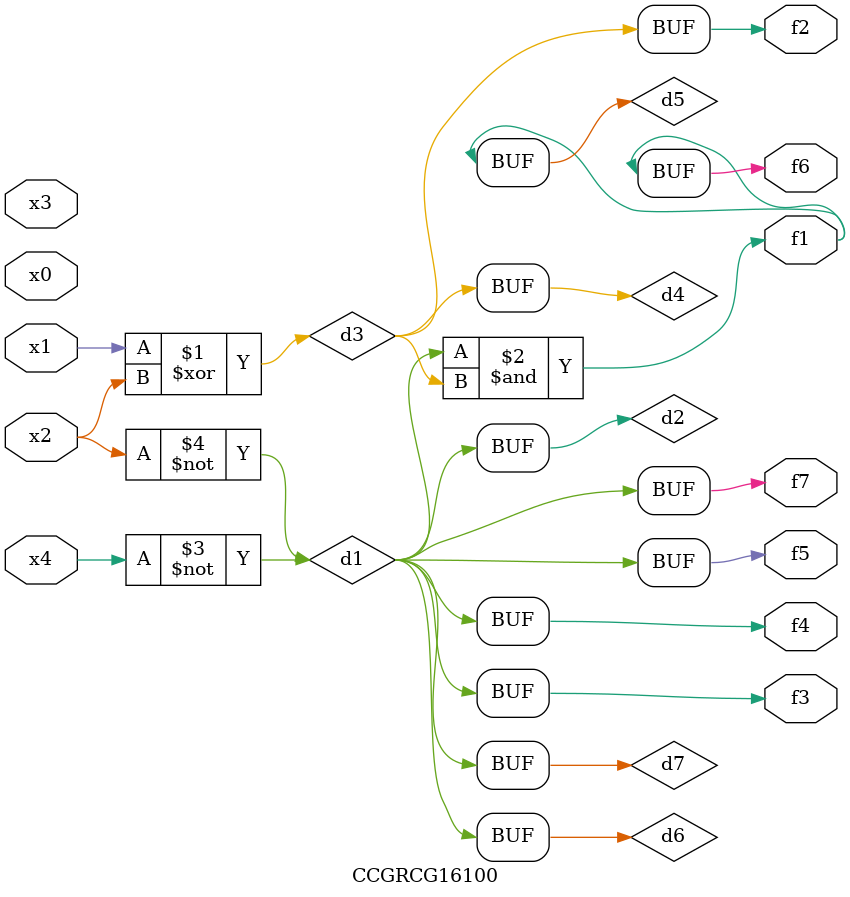
<source format=v>
module CCGRCG16100(
	input x0, x1, x2, x3, x4,
	output f1, f2, f3, f4, f5, f6, f7
);

	wire d1, d2, d3, d4, d5, d6, d7;

	not (d1, x4);
	not (d2, x2);
	xor (d3, x1, x2);
	buf (d4, d3);
	and (d5, d1, d3);
	buf (d6, d1, d2);
	buf (d7, d2);
	assign f1 = d5;
	assign f2 = d4;
	assign f3 = d7;
	assign f4 = d7;
	assign f5 = d7;
	assign f6 = d5;
	assign f7 = d7;
endmodule

</source>
